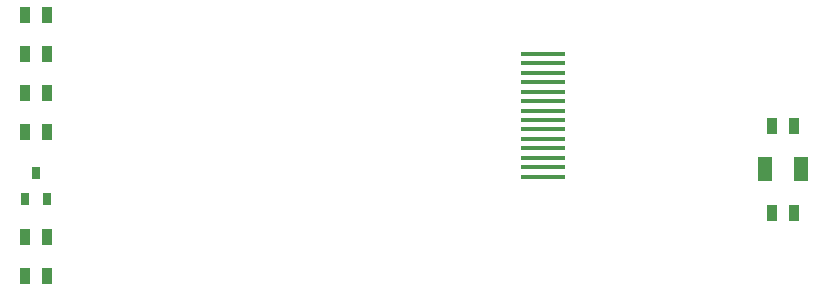
<source format=gtp>
G04 (created by PCBNEW (2013-03-19 BZR 4004)-stable) date 7/29/2015 1:15:23 PM*
%MOIN*%
G04 Gerber Fmt 3.4, Leading zero omitted, Abs format*
%FSLAX34Y34*%
G01*
G70*
G90*
G04 APERTURE LIST*
%ADD10C,0.007*%
%ADD11R,0.0315X0.0394*%
%ADD12O,0.15X0.015*%
%ADD13R,0.035X0.055*%
%ADD14R,0.05X0.08*%
G04 APERTURE END LIST*
G54D10*
G54D11*
X1350Y-9817D03*
X1725Y-10683D03*
X975Y-10683D03*
G54D12*
X18250Y-9950D03*
X18250Y-9635D03*
X18250Y-9319D03*
X18250Y-9004D03*
X18250Y-8688D03*
X18250Y-8373D03*
X18250Y-8058D03*
X18250Y-7742D03*
X18250Y-7427D03*
X18250Y-7112D03*
X18250Y-6796D03*
X18250Y-6481D03*
X18250Y-6165D03*
X18250Y-5850D03*
G54D13*
X26625Y-8250D03*
X25875Y-8250D03*
X26625Y-11150D03*
X25875Y-11150D03*
X975Y-13250D03*
X1725Y-13250D03*
X1725Y-11950D03*
X975Y-11950D03*
X975Y-8450D03*
X1725Y-8450D03*
X975Y-7150D03*
X1725Y-7150D03*
X975Y-5850D03*
X1725Y-5850D03*
X975Y-4550D03*
X1725Y-4550D03*
G54D14*
X26850Y-9700D03*
X25650Y-9700D03*
M02*

</source>
